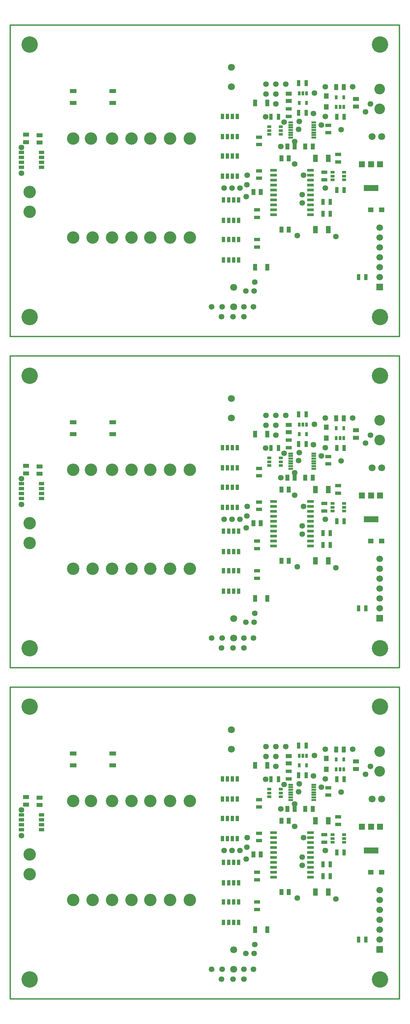
<source format=gts>
%FSLAX42Y42*%
%MOMM*%
G71*
G01*
G75*
G04 Layer_Color=8388736*
%ADD10C,0.30*%
%ADD11R,0.70X1.30*%
%ADD12R,1.30X0.90*%
%ADD13R,1.20X1.00*%
%ADD14R,0.90X1.60*%
%ADD15R,0.60X0.80*%
%ADD16R,1.30X0.70*%
%ADD17R,0.90X1.30*%
%ADD18R,0.80X0.60*%
%ADD19R,0.70X1.20*%
%ADD20R,1.00X1.70*%
%ADD21R,1.60X0.90*%
%ADD22R,1.30X1.30*%
%ADD23R,3.60X1.30*%
%ADD24R,1.50X0.60*%
%ADD25R,1.00X0.40*%
%ADD26R,1.00X1.20*%
%ADD27R,1.20X0.70*%
%ADD28C,0.50*%
%ADD29C,2.00*%
%ADD30C,1.00*%
%ADD31C,0.25*%
%ADD32C,3.00*%
%ADD33C,5.00*%
%ADD34C,1.50*%
%ADD35C,1.30*%
%ADD36C,2.54*%
%ADD37C,1.60*%
%ADD38C,3.00*%
%ADD39C,1.50*%
%ADD40R,1.50X1.50*%
%ADD41C,1.27*%
%ADD42C,4.00*%
%ADD43R,0.90X1.50*%
%ADD44R,1.50X1.10*%
%ADD45R,1.40X1.20*%
%ADD46R,1.10X1.80*%
%ADD47R,0.80X1.00*%
%ADD48R,1.50X0.90*%
%ADD49R,1.10X1.50*%
%ADD50R,1.00X0.80*%
%ADD51R,0.90X1.40*%
%ADD52R,1.20X1.90*%
%ADD53R,1.80X1.10*%
%ADD54R,1.50X1.50*%
%ADD55R,3.80X1.50*%
%ADD56R,1.70X0.80*%
%ADD57R,1.20X0.60*%
%ADD58R,1.20X1.40*%
%ADD59R,1.40X0.90*%
%ADD60C,2.74*%
%ADD61C,1.80*%
%ADD62C,3.20*%
%ADD63C,1.70*%
%ADD64R,1.70X1.70*%
%ADD65C,1.47*%
%ADD66C,4.20*%
D10*
X13823Y10705D02*
X3823D01*
Y2705D02*
Y10705D01*
X13823Y2705D02*
X3823D01*
X13823D02*
Y10705D01*
Y19205D02*
X3823D01*
Y11205D02*
Y19205D01*
X13823Y11205D02*
X3823D01*
X13823D02*
Y19205D01*
Y27705D02*
X3823D01*
Y19705D02*
Y27705D01*
X13823Y19705D02*
X3823D01*
X13823D02*
Y27705D01*
D43*
X11232Y8446D02*
D03*
X11422D02*
D03*
X11232Y9207D02*
D03*
X11422D02*
D03*
X12400Y8344D02*
D03*
X12210D02*
D03*
X10521Y8344D02*
D03*
X10711D02*
D03*
X12045Y6160D02*
D03*
X11855D02*
D03*
X12045Y5855D02*
D03*
X11855D02*
D03*
X12959Y4229D02*
D03*
X12769D02*
D03*
X12400Y6464D02*
D03*
X12210D02*
D03*
X11232Y16946D02*
D03*
X11422D02*
D03*
X11232Y17707D02*
D03*
X11422D02*
D03*
X12400Y16844D02*
D03*
X12210D02*
D03*
X10521Y16844D02*
D03*
X10711D02*
D03*
X12045Y14660D02*
D03*
X11855D02*
D03*
X12045Y14355D02*
D03*
X11855D02*
D03*
X12959Y12729D02*
D03*
X12769D02*
D03*
X12400Y14964D02*
D03*
X12210D02*
D03*
X11232Y25446D02*
D03*
X11422D02*
D03*
X11232Y26208D02*
D03*
X11422D02*
D03*
X12400Y25344D02*
D03*
X12210D02*
D03*
X10521Y25344D02*
D03*
X10711D02*
D03*
X12045Y23160D02*
D03*
X11855D02*
D03*
X12045Y22855D02*
D03*
X11855D02*
D03*
X12959Y21229D02*
D03*
X12769D02*
D03*
X12400Y23464D02*
D03*
X12210D02*
D03*
D44*
X10978Y8750D02*
D03*
Y8940D02*
D03*
X4577Y7683D02*
D03*
Y7874D02*
D03*
X4222Y7887D02*
D03*
Y7697D02*
D03*
X12705Y8611D02*
D03*
Y8801D02*
D03*
X10978Y17250D02*
D03*
Y17440D02*
D03*
X4577Y16184D02*
D03*
Y16374D02*
D03*
X4222Y16387D02*
D03*
Y16197D02*
D03*
X12705Y17111D02*
D03*
Y17301D02*
D03*
X10978Y25750D02*
D03*
Y25940D02*
D03*
X4577Y24684D02*
D03*
Y24874D02*
D03*
X4222Y24887D02*
D03*
Y24697D02*
D03*
X12705Y25611D02*
D03*
Y25801D02*
D03*
D45*
X13085Y5956D02*
D03*
X13365D02*
D03*
X13085Y14456D02*
D03*
X13365D02*
D03*
X13085Y22956D02*
D03*
X13365D02*
D03*
D46*
X10424Y4483D02*
D03*
X10114D02*
D03*
X10424Y8700D02*
D03*
X10114D02*
D03*
X10424Y12983D02*
D03*
X10114D02*
D03*
X10424Y17199D02*
D03*
X10114D02*
D03*
X10424Y21483D02*
D03*
X10114D02*
D03*
X10424Y25699D02*
D03*
X10114D02*
D03*
D47*
X11340Y8950D02*
D03*
X11435Y8700D02*
D03*
X11245D02*
D03*
X11435Y8950D02*
D03*
X11245D02*
D03*
X12292Y8601D02*
D03*
X12197Y8851D02*
D03*
X12387D02*
D03*
X12197Y8601D02*
D03*
X12387D02*
D03*
X11340Y17450D02*
D03*
X11435Y17200D02*
D03*
X11245D02*
D03*
X11435Y17450D02*
D03*
X11245D02*
D03*
X12292Y17101D02*
D03*
X12197Y17351D02*
D03*
X12387D02*
D03*
X12197Y17101D02*
D03*
X12387D02*
D03*
X11340Y25950D02*
D03*
X11435Y25700D02*
D03*
X11245D02*
D03*
X11435Y25950D02*
D03*
X11245D02*
D03*
X12292Y25601D02*
D03*
X12197Y25851D02*
D03*
X12387D02*
D03*
X12197Y25601D02*
D03*
X12387D02*
D03*
D48*
X10978Y8547D02*
D03*
Y8357D02*
D03*
X11892Y6921D02*
D03*
Y6732D02*
D03*
X10216Y7633D02*
D03*
Y7823D02*
D03*
X10216Y6769D02*
D03*
Y6959D02*
D03*
X11994Y7938D02*
D03*
Y8128D02*
D03*
X10165Y5956D02*
D03*
Y5766D02*
D03*
X12248Y7379D02*
D03*
Y7189D02*
D03*
X10165Y5194D02*
D03*
Y5004D02*
D03*
X10978Y17047D02*
D03*
Y16857D02*
D03*
X11892Y15421D02*
D03*
Y15232D02*
D03*
X10216Y16133D02*
D03*
Y16323D02*
D03*
X10216Y15269D02*
D03*
Y15459D02*
D03*
X11994Y16438D02*
D03*
Y16627D02*
D03*
X10165Y14456D02*
D03*
Y14266D02*
D03*
X12248Y15879D02*
D03*
Y15689D02*
D03*
X10165Y13694D02*
D03*
Y13504D02*
D03*
X10978Y25547D02*
D03*
Y25357D02*
D03*
X11892Y23921D02*
D03*
Y23732D02*
D03*
X10216Y24633D02*
D03*
Y24823D02*
D03*
X10216Y23769D02*
D03*
Y23959D02*
D03*
X11994Y24938D02*
D03*
Y25127D02*
D03*
X10165Y22956D02*
D03*
Y22766D02*
D03*
X12248Y24379D02*
D03*
Y24189D02*
D03*
X10165Y22194D02*
D03*
Y22004D02*
D03*
D49*
X11588Y7582D02*
D03*
X11397D02*
D03*
X12197Y9106D02*
D03*
X12387D02*
D03*
X11130Y7582D02*
D03*
X10940D02*
D03*
X10064Y6414D02*
D03*
X10254D02*
D03*
X10978Y7277D02*
D03*
X10788D02*
D03*
X10978Y5448D02*
D03*
X10788D02*
D03*
X11588Y16082D02*
D03*
X11397D02*
D03*
X12197Y17606D02*
D03*
X12387D02*
D03*
X11130Y16082D02*
D03*
X10940D02*
D03*
X10064Y14913D02*
D03*
X10254D02*
D03*
X10978Y15777D02*
D03*
X10788D02*
D03*
X10978Y13948D02*
D03*
X10788D02*
D03*
X11588Y24582D02*
D03*
X11397D02*
D03*
X12197Y26106D02*
D03*
X12387D02*
D03*
X11130Y24582D02*
D03*
X10940D02*
D03*
X10064Y23413D02*
D03*
X10254D02*
D03*
X10978Y24277D02*
D03*
X10788D02*
D03*
X10978Y22448D02*
D03*
X10788D02*
D03*
D50*
X10475Y7900D02*
D03*
Y7995D02*
D03*
Y8090D02*
D03*
X10775Y7900D02*
D03*
Y7995D02*
D03*
Y8090D02*
D03*
X12100Y6732D02*
D03*
Y6826D02*
D03*
Y6921D02*
D03*
X12400Y6732D02*
D03*
Y6826D02*
D03*
Y6921D02*
D03*
X10475Y16400D02*
D03*
Y16495D02*
D03*
Y16590D02*
D03*
X10775Y16400D02*
D03*
Y16495D02*
D03*
Y16590D02*
D03*
X12100Y15232D02*
D03*
Y15326D02*
D03*
Y15421D02*
D03*
X12400Y15232D02*
D03*
Y15326D02*
D03*
Y15421D02*
D03*
X10475Y24900D02*
D03*
Y24995D02*
D03*
Y25090D02*
D03*
X10775Y24900D02*
D03*
Y24995D02*
D03*
Y25090D02*
D03*
X12100Y23732D02*
D03*
Y23826D02*
D03*
Y23921D02*
D03*
X12400Y23732D02*
D03*
Y23826D02*
D03*
Y23921D02*
D03*
D51*
X9403Y7836D02*
D03*
X9276Y7836D02*
D03*
X9657D02*
D03*
X9530Y7836D02*
D03*
X9657Y8356D02*
D03*
X9276D02*
D03*
X9403Y8356D02*
D03*
X9530D02*
D03*
X9403Y6820D02*
D03*
X9276Y6820D02*
D03*
X9657D02*
D03*
X9530Y6820D02*
D03*
X9657Y7340D02*
D03*
X9276D02*
D03*
X9403Y7340D02*
D03*
X9530D02*
D03*
X9556Y6210D02*
D03*
X9683Y6210D02*
D03*
X9301D02*
D03*
X9429Y6210D02*
D03*
X9301Y5690D02*
D03*
X9683D02*
D03*
X9556Y5690D02*
D03*
X9429D02*
D03*
X9556Y5194D02*
D03*
X9683Y5194D02*
D03*
X9301D02*
D03*
X9429Y5194D02*
D03*
X9301Y4674D02*
D03*
X9683D02*
D03*
X9556Y4674D02*
D03*
X9429D02*
D03*
X9403Y16336D02*
D03*
X9276Y16336D02*
D03*
X9657D02*
D03*
X9530Y16336D02*
D03*
X9657Y16856D02*
D03*
X9276D02*
D03*
X9403Y16856D02*
D03*
X9530D02*
D03*
X9403Y15320D02*
D03*
X9276Y15320D02*
D03*
X9657D02*
D03*
X9530Y15320D02*
D03*
X9657Y15840D02*
D03*
X9276D02*
D03*
X9403Y15840D02*
D03*
X9530D02*
D03*
X9556Y14710D02*
D03*
X9683Y14710D02*
D03*
X9301D02*
D03*
X9429Y14710D02*
D03*
X9301Y14190D02*
D03*
X9683D02*
D03*
X9556Y14190D02*
D03*
X9429D02*
D03*
X9556Y13694D02*
D03*
X9683Y13694D02*
D03*
X9301D02*
D03*
X9429Y13694D02*
D03*
X9301Y13174D02*
D03*
X9683D02*
D03*
X9556Y13174D02*
D03*
X9429D02*
D03*
X9403Y24836D02*
D03*
X9276Y24836D02*
D03*
X9657D02*
D03*
X9530Y24836D02*
D03*
X9657Y25356D02*
D03*
X9276D02*
D03*
X9403Y25356D02*
D03*
X9530D02*
D03*
X9403Y23820D02*
D03*
X9276Y23820D02*
D03*
X9657D02*
D03*
X9530Y23820D02*
D03*
X9657Y24340D02*
D03*
X9276D02*
D03*
X9403Y24340D02*
D03*
X9530D02*
D03*
X9556Y23210D02*
D03*
X9683Y23210D02*
D03*
X9301D02*
D03*
X9429Y23210D02*
D03*
X9301Y22690D02*
D03*
X9683D02*
D03*
X9556Y22690D02*
D03*
X9429D02*
D03*
X9556Y22194D02*
D03*
X9683Y22194D02*
D03*
X9301D02*
D03*
X9429Y22194D02*
D03*
X9301Y21674D02*
D03*
X9683D02*
D03*
X9556Y21674D02*
D03*
X9429D02*
D03*
D52*
X11664Y7277D02*
D03*
X11994Y7277D02*
D03*
X11664Y5448D02*
D03*
X11994Y5448D02*
D03*
X11664Y15777D02*
D03*
X11994Y15777D02*
D03*
X11664Y13948D02*
D03*
X11994Y13948D02*
D03*
X11664Y24277D02*
D03*
X11994Y24277D02*
D03*
X11664Y22448D02*
D03*
X11994Y22448D02*
D03*
D53*
X6457Y9010D02*
D03*
Y8700D02*
D03*
X5441Y9010D02*
D03*
Y8700D02*
D03*
X6457Y17510D02*
D03*
Y17199D02*
D03*
X5441Y17510D02*
D03*
Y17199D02*
D03*
X6457Y26010D02*
D03*
Y25699D02*
D03*
X5441Y26010D02*
D03*
Y25699D02*
D03*
D54*
X13317Y7125D02*
D03*
X13088D02*
D03*
X12857D02*
D03*
X13317Y15625D02*
D03*
X13088D02*
D03*
X12857D02*
D03*
X13317Y24125D02*
D03*
X13088D02*
D03*
X12857D02*
D03*
D55*
X13088Y6515D02*
D03*
Y15015D02*
D03*
Y23515D02*
D03*
D56*
X11537Y6972D02*
D03*
Y6845D02*
D03*
Y6718D02*
D03*
Y6591D02*
D03*
Y6464D02*
D03*
Y6337D02*
D03*
Y6210D02*
D03*
Y6083D02*
D03*
Y5956D02*
D03*
Y5829D02*
D03*
X10587Y6972D02*
D03*
X10587Y6845D02*
D03*
Y6718D02*
D03*
Y6591D02*
D03*
Y6464D02*
D03*
X10587Y6337D02*
D03*
X10587Y6210D02*
D03*
Y6083D02*
D03*
Y5956D02*
D03*
Y5829D02*
D03*
X11537Y15472D02*
D03*
Y15345D02*
D03*
Y15218D02*
D03*
Y15091D02*
D03*
Y14964D02*
D03*
Y14837D02*
D03*
Y14710D02*
D03*
Y14583D02*
D03*
Y14456D02*
D03*
Y14329D02*
D03*
X10587Y15472D02*
D03*
X10587Y15345D02*
D03*
Y15218D02*
D03*
Y15091D02*
D03*
Y14964D02*
D03*
X10587Y14837D02*
D03*
X10587Y14710D02*
D03*
Y14583D02*
D03*
Y14456D02*
D03*
Y14329D02*
D03*
X11537Y23972D02*
D03*
Y23845D02*
D03*
Y23718D02*
D03*
Y23591D02*
D03*
Y23464D02*
D03*
Y23337D02*
D03*
Y23210D02*
D03*
Y23083D02*
D03*
Y22956D02*
D03*
Y22829D02*
D03*
X10587Y23972D02*
D03*
X10587Y23845D02*
D03*
Y23718D02*
D03*
Y23591D02*
D03*
Y23464D02*
D03*
X10587Y23337D02*
D03*
X10587Y23210D02*
D03*
Y23083D02*
D03*
Y22956D02*
D03*
Y22829D02*
D03*
D57*
X11023Y7815D02*
D03*
Y7880D02*
D03*
Y7945D02*
D03*
Y8010D02*
D03*
Y8075D02*
D03*
Y8140D02*
D03*
Y8205D02*
D03*
X11618Y7815D02*
D03*
Y7880D02*
D03*
Y7945D02*
D03*
Y8010D02*
D03*
Y8075D02*
D03*
Y8140D02*
D03*
Y8205D02*
D03*
X11023Y16315D02*
D03*
Y16380D02*
D03*
Y16445D02*
D03*
Y16510D02*
D03*
Y16575D02*
D03*
Y16640D02*
D03*
Y16705D02*
D03*
X11618Y16315D02*
D03*
Y16380D02*
D03*
Y16445D02*
D03*
Y16510D02*
D03*
Y16575D02*
D03*
Y16640D02*
D03*
Y16705D02*
D03*
X11023Y24815D02*
D03*
Y24880D02*
D03*
Y24945D02*
D03*
Y25010D02*
D03*
Y25075D02*
D03*
Y25140D02*
D03*
Y25205D02*
D03*
X11618Y24815D02*
D03*
Y24880D02*
D03*
Y24945D02*
D03*
Y25010D02*
D03*
Y25075D02*
D03*
Y25140D02*
D03*
Y25205D02*
D03*
D58*
X11943Y8878D02*
D03*
Y8598D02*
D03*
Y17378D02*
D03*
Y17098D02*
D03*
Y25878D02*
D03*
Y25598D02*
D03*
D59*
X4108Y7302D02*
D03*
Y7175D02*
D03*
X4108Y7048D02*
D03*
Y7429D02*
D03*
X4628Y7302D02*
D03*
X4628Y7429D02*
D03*
Y7048D02*
D03*
X4628Y7175D02*
D03*
X4108Y15802D02*
D03*
Y15676D02*
D03*
X4108Y15548D02*
D03*
Y15929D02*
D03*
X4628Y15802D02*
D03*
X4628Y15929D02*
D03*
Y15548D02*
D03*
X4628Y15676D02*
D03*
X4108Y24302D02*
D03*
Y24176D02*
D03*
X4108Y24048D02*
D03*
Y24429D02*
D03*
X4628Y24302D02*
D03*
X4628Y24429D02*
D03*
Y24048D02*
D03*
X4628Y24176D02*
D03*
D60*
X13315Y8547D02*
D03*
Y9055D02*
D03*
Y17047D02*
D03*
Y17555D02*
D03*
Y25547D02*
D03*
Y26055D02*
D03*
D61*
X9505Y9114D02*
D03*
Y9614D02*
D03*
X9556Y3967D02*
D03*
Y3467D02*
D03*
X13112Y7836D02*
D03*
X13362D02*
D03*
X9505Y17614D02*
D03*
Y18114D02*
D03*
X9556Y12467D02*
D03*
Y11967D02*
D03*
X13112Y16336D02*
D03*
X13362D02*
D03*
X9505Y26114D02*
D03*
Y26614D02*
D03*
X9556Y20967D02*
D03*
Y20467D02*
D03*
X13112Y24836D02*
D03*
X13362D02*
D03*
D62*
X4323Y6414D02*
D03*
Y5906D02*
D03*
X8438Y7785D02*
D03*
X7930D02*
D03*
X7422D02*
D03*
X6938D02*
D03*
X6438D02*
D03*
X5898D02*
D03*
X5438D02*
D03*
Y5245D02*
D03*
X5938D02*
D03*
X6438D02*
D03*
X6938D02*
D03*
X7422D02*
D03*
X7930D02*
D03*
X8438D02*
D03*
X4323Y14913D02*
D03*
Y14405D02*
D03*
X8438Y16285D02*
D03*
X7930D02*
D03*
X7422D02*
D03*
X6938D02*
D03*
X6438D02*
D03*
X5898D02*
D03*
X5438D02*
D03*
Y13745D02*
D03*
X5938D02*
D03*
X6438D02*
D03*
X6938D02*
D03*
X7422D02*
D03*
X7930D02*
D03*
X8438D02*
D03*
X4323Y23413D02*
D03*
Y22905D02*
D03*
X8438Y24785D02*
D03*
X7930D02*
D03*
X7422D02*
D03*
X6938D02*
D03*
X6438D02*
D03*
X5898D02*
D03*
X5438D02*
D03*
Y22245D02*
D03*
X5938D02*
D03*
X6438D02*
D03*
X6938D02*
D03*
X7422D02*
D03*
X7930D02*
D03*
X8438D02*
D03*
D63*
X13315Y4483D02*
D03*
Y4229D02*
D03*
Y4737D02*
D03*
Y4991D02*
D03*
Y5245D02*
D03*
Y5499D02*
D03*
Y12983D02*
D03*
Y12729D02*
D03*
Y13237D02*
D03*
Y13491D02*
D03*
Y13745D02*
D03*
Y13999D02*
D03*
Y21483D02*
D03*
Y21229D02*
D03*
Y21737D02*
D03*
Y21991D02*
D03*
Y22245D02*
D03*
Y22499D02*
D03*
D64*
Y3975D02*
D03*
Y12475D02*
D03*
Y20975D02*
D03*
D65*
X12616Y9119D02*
D03*
X11918D02*
D03*
X9251Y3213D02*
D03*
X9543D02*
D03*
X9822D02*
D03*
X10064Y3467D02*
D03*
X8997D02*
D03*
X9263D02*
D03*
X9822D02*
D03*
X4107Y6896D02*
D03*
X9886Y6299D02*
D03*
X9898Y6604D02*
D03*
X9721Y6515D02*
D03*
X9517D02*
D03*
X9314D02*
D03*
X9911Y6845D02*
D03*
X10648Y8674D02*
D03*
Y8928D02*
D03*
X10394D02*
D03*
Y9182D02*
D03*
X10648D02*
D03*
X10902D02*
D03*
X11918Y8357D02*
D03*
Y6515D02*
D03*
X10102Y4102D02*
D03*
X11245Y8230D02*
D03*
X11130Y7709D02*
D03*
X10775Y7582D02*
D03*
X12184Y5271D02*
D03*
X13073Y8674D02*
D03*
X12946Y8471D02*
D03*
X9873Y3874D02*
D03*
X10858Y8211D02*
D03*
X10089Y3874D02*
D03*
X10381Y8344D02*
D03*
X4108Y7557D02*
D03*
X11638Y8954D02*
D03*
X12324Y8014D02*
D03*
X11194Y5296D02*
D03*
X11321Y6134D02*
D03*
Y6350D02*
D03*
X11815Y8140D02*
D03*
X11613Y8433D02*
D03*
X11359Y6845D02*
D03*
X11130Y7137D02*
D03*
X11232Y8026D02*
D03*
X12616Y17619D02*
D03*
X11918D02*
D03*
X9251Y11713D02*
D03*
X9543D02*
D03*
X9822D02*
D03*
X10064Y11967D02*
D03*
X8997D02*
D03*
X9263D02*
D03*
X9822D02*
D03*
X4107Y15396D02*
D03*
X9886Y14799D02*
D03*
X9898Y15104D02*
D03*
X9721Y15015D02*
D03*
X9517D02*
D03*
X9314D02*
D03*
X9911Y15345D02*
D03*
X10648Y17174D02*
D03*
Y17428D02*
D03*
X10394D02*
D03*
Y17682D02*
D03*
X10648D02*
D03*
X10902D02*
D03*
X11918Y16857D02*
D03*
Y15015D02*
D03*
X10102Y12602D02*
D03*
X11245Y16730D02*
D03*
X11130Y16209D02*
D03*
X10775Y16082D02*
D03*
X12184Y13771D02*
D03*
X13073Y17174D02*
D03*
X12946Y16971D02*
D03*
X9873Y12374D02*
D03*
X10858Y16711D02*
D03*
X10089Y12374D02*
D03*
X10381Y16844D02*
D03*
X4108Y16057D02*
D03*
X11638Y17454D02*
D03*
X12324Y16514D02*
D03*
X11194Y13796D02*
D03*
X11321Y14634D02*
D03*
Y14850D02*
D03*
X11815Y16640D02*
D03*
X11613Y16933D02*
D03*
X11359Y15345D02*
D03*
X11130Y15637D02*
D03*
X11232Y16526D02*
D03*
X12616Y26119D02*
D03*
X11918D02*
D03*
X9251Y20213D02*
D03*
X9543D02*
D03*
X9822D02*
D03*
X10064Y20467D02*
D03*
X8997D02*
D03*
X9263D02*
D03*
X9822D02*
D03*
X4107Y23896D02*
D03*
X9886Y23299D02*
D03*
X9898Y23604D02*
D03*
X9721Y23515D02*
D03*
X9517D02*
D03*
X9314D02*
D03*
X9911Y23845D02*
D03*
X10648Y25674D02*
D03*
Y25928D02*
D03*
X10394D02*
D03*
Y26182D02*
D03*
X10648D02*
D03*
X10902D02*
D03*
X11918Y25357D02*
D03*
Y23515D02*
D03*
X10102Y21102D02*
D03*
X11245Y25230D02*
D03*
X11130Y24709D02*
D03*
X10775Y24582D02*
D03*
X12184Y22271D02*
D03*
X13073Y25674D02*
D03*
X12946Y25471D02*
D03*
X9873Y20874D02*
D03*
X10858Y25211D02*
D03*
X10089Y20874D02*
D03*
X10381Y25344D02*
D03*
X4108Y24557D02*
D03*
X11638Y25954D02*
D03*
X12324Y25014D02*
D03*
X11194Y22296D02*
D03*
X11321Y23134D02*
D03*
Y23350D02*
D03*
X11815Y25140D02*
D03*
X11613Y25433D02*
D03*
X11359Y23845D02*
D03*
X11130Y24137D02*
D03*
X11232Y25026D02*
D03*
D66*
X13323Y3205D02*
D03*
Y10205D02*
D03*
X4323D02*
D03*
Y3205D02*
D03*
X13323Y11705D02*
D03*
Y18705D02*
D03*
X4323D02*
D03*
Y11705D02*
D03*
X13323Y20205D02*
D03*
Y27205D02*
D03*
X4323D02*
D03*
Y20205D02*
D03*
M02*

</source>
